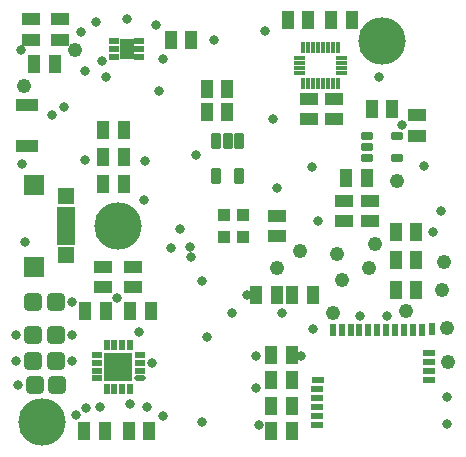
<source format=gts>
G04 Layer_Color=8388736*
%FSLAX25Y25*%
%MOIN*%
G70*
G01*
G75*
%ADD53R,0.01299X0.01772*%
%ADD54R,0.01772X0.01299*%
%ADD55R,0.03950X0.03950*%
%ADD56R,0.04147X0.06312*%
G04:AMPARAMS|DCode=57|XSize=33.59mil|YSize=55.24mil|CornerRadius=5.92mil|HoleSize=0mil|Usage=FLASHONLY|Rotation=0.000|XOffset=0mil|YOffset=0mil|HoleType=Round|Shape=RoundedRectangle|*
%AMROUNDEDRECTD57*
21,1,0.03359,0.04341,0,0,0.0*
21,1,0.02175,0.05524,0,0,0.0*
1,1,0.01184,0.01088,-0.02170*
1,1,0.01184,-0.01088,-0.02170*
1,1,0.01184,-0.01088,0.02170*
1,1,0.01184,0.01088,0.02170*
%
%ADD57ROUNDEDRECTD57*%
%ADD58R,0.06312X0.04147*%
G04:AMPARAMS|DCode=59|XSize=29.65mil|YSize=39.5mil|CornerRadius=5.95mil|HoleSize=0mil|Usage=FLASHONLY|Rotation=90.000|XOffset=0mil|YOffset=0mil|HoleType=Round|Shape=RoundedRectangle|*
%AMROUNDEDRECTD59*
21,1,0.02965,0.02760,0,0,90.0*
21,1,0.01776,0.03950,0,0,90.0*
1,1,0.01190,0.01380,0.00888*
1,1,0.01190,0.01380,-0.00888*
1,1,0.01190,-0.01380,-0.00888*
1,1,0.01190,-0.01380,0.00888*
%
%ADD59ROUNDEDRECTD59*%
%ADD60R,0.07493X0.03950*%
%ADD61R,0.04383X0.02414*%
%ADD62R,0.02414X0.04383*%
%ADD63R,0.09265X0.09265*%
%ADD64R,0.01981X0.03753*%
%ADD65R,0.03753X0.01981*%
G04:AMPARAMS|DCode=66|XSize=19.81mil|YSize=37.53mil|CornerRadius=6.95mil|HoleSize=0mil|Usage=FLASHONLY|Rotation=270.000|XOffset=0mil|YOffset=0mil|HoleType=Round|Shape=RoundedRectangle|*
%AMROUNDEDRECTD66*
21,1,0.01981,0.02362,0,0,270.0*
21,1,0.00591,0.03753,0,0,270.0*
1,1,0.01391,-0.01181,-0.00295*
1,1,0.01391,-0.01181,0.00295*
1,1,0.01391,0.01181,0.00295*
1,1,0.01391,0.01181,-0.00295*
%
%ADD66ROUNDEDRECTD66*%
%ADD67R,0.06115X0.02572*%
G04:AMPARAMS|DCode=68|XSize=58mil|YSize=58mil|CornerRadius=10.25mil|HoleSize=0mil|Usage=FLASHONLY|Rotation=180.000|XOffset=0mil|YOffset=0mil|HoleType=Round|Shape=RoundedRectangle|*
%AMROUNDEDRECTD68*
21,1,0.05800,0.03750,0,0,180.0*
21,1,0.03750,0.05800,0,0,180.0*
1,1,0.02050,-0.01875,0.01875*
1,1,0.02050,0.01875,0.01875*
1,1,0.02050,0.01875,-0.01875*
1,1,0.02050,-0.01875,-0.01875*
%
%ADD68ROUNDEDRECTD68*%
%ADD69R,0.03556X0.01981*%
%ADD70R,0.04737X0.07099*%
%ADD71R,0.01600X0.03479*%
%ADD72R,0.03479X0.01600*%
%ADD73C,0.04800*%
%ADD74R,0.05721X0.05721*%
%ADD75R,0.06706X0.06706*%
%ADD76C,0.15761*%
%ADD77C,0.03300*%
D53*
X98075Y133421D02*
D03*
X99768D02*
D03*
X101461D02*
D03*
X103154D02*
D03*
X104847D02*
D03*
X106539D02*
D03*
X108232D02*
D03*
X109925D02*
D03*
Y123579D02*
D03*
X108232D02*
D03*
X106539D02*
D03*
X104847D02*
D03*
X103154D02*
D03*
X101461D02*
D03*
X99768D02*
D03*
X98075D02*
D03*
D54*
Y131039D02*
D03*
X109925D02*
D03*
Y129347D02*
D03*
Y127654D02*
D03*
Y125961D02*
D03*
X98075Y129347D02*
D03*
Y127654D02*
D03*
Y125961D02*
D03*
D55*
X71850Y78740D02*
D03*
Y71260D02*
D03*
X78150D02*
D03*
Y78740D02*
D03*
D56*
X66055Y120500D02*
D03*
X72945D02*
D03*
X127945Y114000D02*
D03*
X121055D02*
D03*
X66055Y113000D02*
D03*
X72945D02*
D03*
X119390Y91000D02*
D03*
X112500D02*
D03*
X101445Y52000D02*
D03*
X94555D02*
D03*
X87555Y32000D02*
D03*
X94445D02*
D03*
X135945Y53500D02*
D03*
X129055D02*
D03*
Y63500D02*
D03*
X135945D02*
D03*
X82555Y52000D02*
D03*
X89445D02*
D03*
X135945Y73000D02*
D03*
X129055D02*
D03*
X87555Y6500D02*
D03*
X94445D02*
D03*
X46890D02*
D03*
X40000D02*
D03*
X32000D02*
D03*
X25110D02*
D03*
X38445Y89000D02*
D03*
X31555D02*
D03*
X38445Y107000D02*
D03*
X31555D02*
D03*
Y98000D02*
D03*
X38445D02*
D03*
X94445Y23500D02*
D03*
X87555D02*
D03*
X94390Y15000D02*
D03*
X87500D02*
D03*
X8555Y129000D02*
D03*
X15445D02*
D03*
X107555Y143500D02*
D03*
X114445D02*
D03*
X99945D02*
D03*
X93055D02*
D03*
X47390Y46500D02*
D03*
X40500D02*
D03*
X25445D02*
D03*
X32335D02*
D03*
X54055Y137000D02*
D03*
X60945D02*
D03*
D57*
X76740Y91693D02*
D03*
X69260D02*
D03*
Y103307D02*
D03*
X73000D02*
D03*
X76740D02*
D03*
D58*
X111945Y83445D02*
D03*
Y76555D02*
D03*
X120445Y83445D02*
D03*
Y76555D02*
D03*
X136000Y105000D02*
D03*
Y111890D02*
D03*
X41445Y54555D02*
D03*
Y61445D02*
D03*
X31445Y54555D02*
D03*
Y61445D02*
D03*
X7500Y137000D02*
D03*
Y143890D02*
D03*
X17000Y144000D02*
D03*
Y137110D02*
D03*
X108500Y117445D02*
D03*
Y110555D02*
D03*
X89500Y78445D02*
D03*
Y71555D02*
D03*
X100000Y117445D02*
D03*
Y110555D02*
D03*
D59*
X129500Y105000D02*
D03*
Y97520D02*
D03*
X119461D02*
D03*
Y101260D02*
D03*
Y105000D02*
D03*
D60*
X6000Y115193D02*
D03*
Y101807D02*
D03*
D61*
X102819Y8545D02*
D03*
Y11537D02*
D03*
Y14529D02*
D03*
Y17522D02*
D03*
Y20514D02*
D03*
X140181Y26577D02*
D03*
Y29569D02*
D03*
Y32561D02*
D03*
X103000Y23500D02*
D03*
X140181Y23577D02*
D03*
D62*
X107996Y40455D02*
D03*
X110988D02*
D03*
X113980D02*
D03*
X116972D02*
D03*
X119965D02*
D03*
X122957D02*
D03*
X125949D02*
D03*
X128941D02*
D03*
X131933D02*
D03*
X134925D02*
D03*
X137917D02*
D03*
X141000Y40500D02*
D03*
D63*
X36500Y28000D02*
D03*
D64*
X40339Y20815D02*
D03*
X37780D02*
D03*
X35221D02*
D03*
X32661D02*
D03*
Y35185D02*
D03*
X35221D02*
D03*
X37780D02*
D03*
X40339D02*
D03*
D65*
X29315Y24161D02*
D03*
Y26720D02*
D03*
Y29280D02*
D03*
Y31839D02*
D03*
X43685D02*
D03*
Y29280D02*
D03*
Y26720D02*
D03*
D66*
Y24161D02*
D03*
D67*
X19000Y75000D02*
D03*
Y77559D02*
D03*
Y80118D02*
D03*
Y72441D02*
D03*
Y69882D02*
D03*
D68*
X16250Y22000D02*
D03*
X8750D02*
D03*
X15750Y30000D02*
D03*
X8250D02*
D03*
X15750Y38500D02*
D03*
X8250D02*
D03*
Y49500D02*
D03*
X15750D02*
D03*
D69*
X35232Y136500D02*
D03*
Y133941D02*
D03*
Y131382D02*
D03*
X43500Y136500D02*
D03*
Y133941D02*
D03*
Y131382D02*
D03*
D70*
X39366Y133941D02*
D03*
D71*
X99793Y122239D02*
D03*
X98100D02*
D03*
X101486D02*
D03*
X103179D02*
D03*
X104872D02*
D03*
X106565D02*
D03*
X108257D02*
D03*
X109950D02*
D03*
X109900Y134761D02*
D03*
X108207D02*
D03*
X106514D02*
D03*
X104821D02*
D03*
X103128D02*
D03*
X101435D02*
D03*
X99743D02*
D03*
X98050D02*
D03*
D72*
X111265Y125986D02*
D03*
Y127679D02*
D03*
Y129372D02*
D03*
Y131064D02*
D03*
X96735Y131014D02*
D03*
Y129321D02*
D03*
Y127628D02*
D03*
Y125935D02*
D03*
D73*
X145000Y63000D02*
D03*
X22000Y133500D02*
D03*
X89500Y61000D02*
D03*
X97000Y66500D02*
D03*
X5000Y121500D02*
D03*
X129500Y90000D02*
D03*
X109500Y65500D02*
D03*
X111000Y57000D02*
D03*
X144500Y53500D02*
D03*
X120000Y61000D02*
D03*
X132500Y46500D02*
D03*
X122000Y69000D02*
D03*
X108000Y46000D02*
D03*
X146000Y41000D02*
D03*
X146500Y29500D02*
D03*
D74*
X19000Y65158D02*
D03*
Y84842D02*
D03*
D75*
X8370Y88779D02*
D03*
Y61221D02*
D03*
D76*
X11000Y9500D02*
D03*
X124500Y136500D02*
D03*
X36500Y75000D02*
D03*
D77*
X24000Y139500D02*
D03*
X4000Y133500D02*
D03*
X32500Y124500D02*
D03*
X31000Y130000D02*
D03*
X57000Y74000D02*
D03*
X25500Y97000D02*
D03*
X60500Y68000D02*
D03*
X60750Y64750D02*
D03*
X54000Y67500D02*
D03*
X126000Y45000D02*
D03*
X117000D02*
D03*
X146000Y18000D02*
D03*
Y9000D02*
D03*
X50000Y120000D02*
D03*
X97500Y31500D02*
D03*
X138500Y95000D02*
D03*
X89500Y87500D02*
D03*
X101500Y40500D02*
D03*
X64500Y56500D02*
D03*
X66000Y38000D02*
D03*
X64500Y9500D02*
D03*
X46000Y14500D02*
D03*
X36000Y51000D02*
D03*
X45500Y96500D02*
D03*
X101000Y94500D02*
D03*
X88000Y110500D02*
D03*
X62500Y98500D02*
D03*
X4500Y95500D02*
D03*
X103000Y76500D02*
D03*
X45000Y83500D02*
D03*
X51500Y11500D02*
D03*
X131000Y108500D02*
D03*
X14500Y112000D02*
D03*
X18500Y114500D02*
D03*
X30500Y14500D02*
D03*
X36500Y28000D02*
D03*
X47780Y29280D02*
D03*
X51500Y130500D02*
D03*
X5500Y69500D02*
D03*
X85500Y140000D02*
D03*
X68500Y137000D02*
D03*
X40500Y15500D02*
D03*
X82500Y21000D02*
D03*
X91000Y46000D02*
D03*
X79500Y52000D02*
D03*
X43500Y39500D02*
D03*
X82500Y31500D02*
D03*
X83500Y8500D02*
D03*
X21000Y49500D02*
D03*
X25500Y126500D02*
D03*
X49000Y142000D02*
D03*
X39500Y144000D02*
D03*
X29000Y143000D02*
D03*
X21000Y38500D02*
D03*
Y30000D02*
D03*
X3000Y22000D02*
D03*
X2500Y30000D02*
D03*
Y38500D02*
D03*
X141500Y73000D02*
D03*
X25850Y14421D02*
D03*
X144000Y80000D02*
D03*
X74500Y46000D02*
D03*
X22500Y12000D02*
D03*
X123500Y124500D02*
D03*
M02*

</source>
